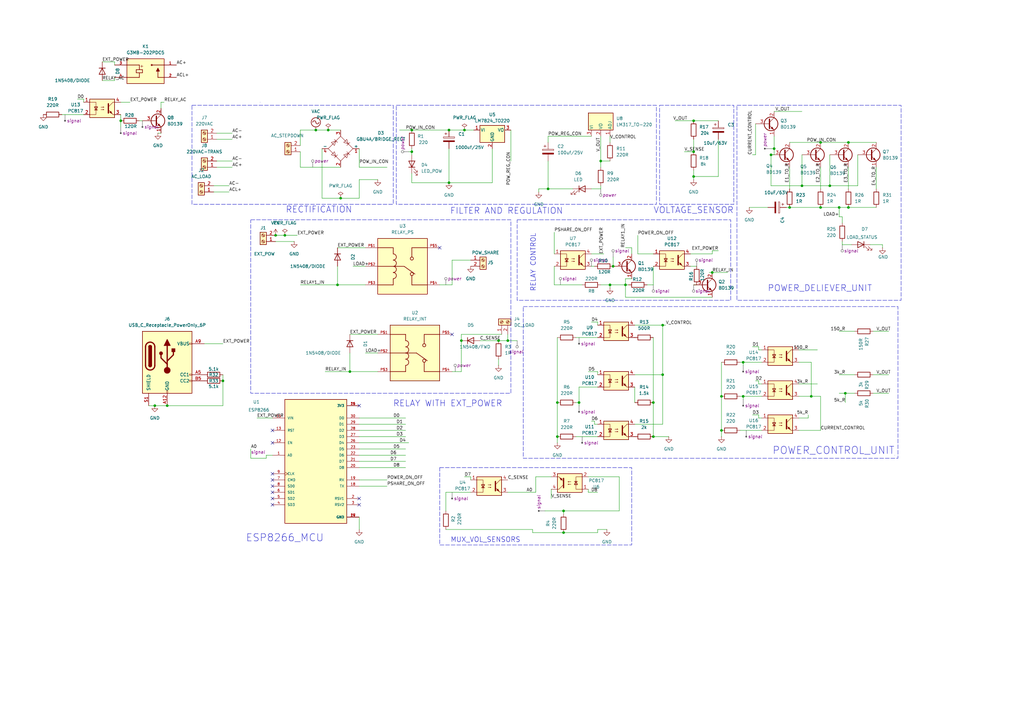
<source format=kicad_sch>
(kicad_sch (version 20231120) (generator "eeschema") (generator_version "8.0")
  (paper "A3")
  (title_block (title "Smart Micro Grid") (date "2024-06-16") (rev "BEGIN") (company "CCET MAJOR PROJECT"))
  (junction (at 336.55 85.09))
  (junction (at 190.5 53.34))
  (junction (at 184.15 74.93))
  (junction (at 139.7 81.28))
  (junction (at 304.8 148.59))
  (junction (at 250.19 116.84))
  (junction (at 231.14 209.55))
  (junction (at 228.6 165.1))
  (junction (at 138.43 116.84))
  (junction (at 295.91 176.53))
  (junction (at 113.03 96.52))
  (junction (at 116.84 96.52))
  (junction (at 347.98 58.42))
  (junction (at 284.48 49.53))
  (junction (at 284.48 72.39))
  (junction (at 224.79 77.47))
  (junction (at 208.28 139.7))
  (junction (at 336.55 58.42))
  (junction (at 344.17 85.09))
  (junction (at 347.98 85.09))
  (junction (at 184.15 53.34))
  (junction (at 237.49 165.1))
  (junction (at 316.23 63.5))
  (junction (at 332.74 162.56))
  (junction (at 204.47 139.7))
  (junction (at 228.6 179.07))
  (junction (at 134.62 53.34))
  (junction (at 129.54 53.34))
  (junction (at 304.8 162.56))
  (junction (at 267.97 179.07))
  (junction (at 91.44 156.21))
  (junction (at 143.51 152.4))
  (junction (at 317.5 60.96))
  (junction (at 346.71 161.29))
  (junction (at 292.1 111.76))
  (junction (at 271.78 133.35))
  (junction (at 63.5 166.37))
  (junction (at 271.78 153.67))
  (junction (at 251.46 109.22))
  (junction (at 284.48 62.23))
  (junction (at 168.91 62.23))
  (junction (at 49.53 49.53))
  (junction (at 295.91 162.56))
  (junction (at 267.97 165.1))
  (junction (at 189.23 139.7))
  (junction (at 246.38 66.04))
  (junction (at 323.85 85.09))
  (junction (at 231.14 218.44))
  (junction (at 168.91 53.34))
  (junction (at 68.58 166.37))
  (junction (at 328.93 76.2))
  (junction (at 340.36 76.2))
  (junction (at 256.54 116.84))
  (no_connect (at 147.32 166.37))
  (no_connect (at 111.76 207.01))
  (no_connect (at 147.32 204.47))
  (no_connect (at 111.76 204.47))
  (no_connect (at 111.76 181.61))
  (no_connect (at 111.76 199.39))
  (no_connect (at 111.76 196.85))
  (no_connect (at 111.76 176.53))
  (no_connect (at 111.76 194.31))
  (no_connect (at 185.42 137.16))
  (no_connect (at 111.76 201.93))
  (no_connect (at 180.34 101.6))
  (no_connect (at 147.32 207.01))
  (wire (pts (xy 66.04 54.61) (xy 64.77 54.61)))
  (wire (pts (xy 168.91 60.96) (xy 168.91 62.23)))
  (wire (pts (xy 317.5 60.96) (xy 317.5 63.5)))
  (wire (pts (xy 304.8 149.86) (xy 304.8 148.59)))
  (wire (pts (xy 224.79 58.42) (xy 224.79 55.88)))
  (wire (pts (xy 260.35 158.75) (xy 260.35 165.1)))
  (wire (pts (xy 260.35 133.35) (xy 271.78 133.35)))
  (wire (pts (xy 180.34 116.84) (xy 185.42 116.84)))
  (wire (pts (xy 344.17 153.67) (xy 350.52 153.67)))
  (wire (pts (xy 323.85 68.58) (xy 323.85 77.47)))
  (wire (pts (xy 209.55 53.34) (xy 209.55 66.04)))
  (wire (pts (xy 168.91 53.34) (xy 184.15 53.34)))
  (wire (pts (xy 311.15 171.45) (xy 312.42 171.45)))
  (wire (pts (xy 34.29 40.64) (xy 34.29 41.91)))
  (wire (pts (xy 224.79 77.47) (xy 234.95 77.47)))
  (wire (pts (xy 267.97 179.07) (xy 274.32 179.07)))
  (wire (pts (xy 316.23 60.96) (xy 317.5 60.96)))
  (wire (pts (xy 116.84 96.52) (xy 121.92 96.52)))
  (wire (pts (xy 193.04 195.58) (xy 193.04 196.85)))
  (wire (pts (xy 308.61 63.5) (xy 309.88 63.5)))
  (wire (pts (xy 304.8 148.59) (xy 312.42 148.59)))
  (wire (pts (xy 46.99 25.4) (xy 46.99 26.67)))
  (wire (pts (xy 308.61 142.24) (xy 311.15 142.24)))
  (wire (pts (xy 185.42 152.4) (xy 189.23 152.4)))
  (wire (pts (xy 138.43 109.22) (xy 138.43 116.84)))
  (wire (pts (xy 182.88 201.93) (xy 182.88 209.55)))
  (wire (pts (xy 246.38 66.04) (xy 246.38 55.88)))
  (wire (pts (xy 123.19 62.23) (xy 123.19 68.58)))
  (wire (pts (xy 364.49 161.29) (xy 358.14 161.29)))
  (wire (pts (xy 254 209.55) (xy 231.14 209.55)))
  (wire (pts (xy 311.15 157.48) (xy 312.42 157.48)))
  (wire (pts (xy 271.78 133.35) (xy 271.78 153.67)))
  (wire (pts (xy 250.19 116.84) (xy 256.54 116.84)))
  (wire (pts (xy 237.49 158.75) (xy 237.49 165.1)))
  (wire (pts (xy 220.98 77.47) (xy 224.79 77.47)))
  (wire (pts (xy 304.8 163.83) (xy 304.8 162.56)))
  (wire (pts (xy 123.19 116.84) (xy 138.43 116.84)))
  (wire (pts (xy 41.91 33.02) (xy 46.99 33.02)))
  (wire (pts (xy 189.23 137.16) (xy 205.74 137.16)))
  (wire (pts (xy 147.32 73.66) (xy 154.94 73.66)))
  (wire (pts (xy 220.98 78.74) (xy 220.98 77.47)))
  (wire (pts (xy 292.1 111.76) (xy 298.45 111.76)))
  (wire (pts (xy 228.6 165.1) (xy 228.6 179.07)))
  (wire (pts (xy 267.97 116.84) (xy 267.97 109.22)))
  (wire (pts (xy 231.14 210.82) (xy 231.14 209.55)))
  (wire (pts (xy 276.86 49.53) (xy 284.48 49.53)))
  (wire (pts (xy 167.64 62.23) (xy 168.91 62.23)))
  (wire (pts (xy 303.53 162.56) (xy 304.8 162.56)))
  (wire (pts (xy 241.3 201.93) (xy 241.3 200.66)))
  (wire (pts (xy 204.47 147.32) (xy 204.47 149.86)))
  (wire (pts (xy 340.36 76.2) (xy 340.36 63.5)))
  (wire (pts (xy 246.38 76.2) (xy 246.38 77.47)))
  (wire (pts (xy 147.32 81.28) (xy 147.32 73.66)))
  (wire (pts (xy 317.5 45.72) (xy 328.93 45.72)))
  (wire (pts (xy 190.5 53.34) (xy 194.31 53.34)))
  (wire (pts (xy 327.66 171.45) (xy 331.47 171.45)))
  (wire (pts (xy 267.97 165.1) (xy 267.97 179.07)))
  (wire (pts (xy 346.71 161.29) (xy 350.52 161.29)))
  (wire (pts (xy 63.5 166.37) (xy 68.58 166.37)))
  (wire (pts (xy 294.64 72.39) (xy 284.48 72.39)))
  (wire (pts (xy 123.19 53.34) (xy 123.19 59.69)))
  (wire (pts (xy 237.49 158.75) (xy 245.11 158.75)))
  (wire (pts (xy 218.44 218.44) (xy 231.14 218.44)))
  (wire (pts (xy 138.43 116.84) (xy 149.86 116.84)))
  (wire (pts (xy 256.54 116.84) (xy 256.54 121.92)))
  (wire (pts (xy 109.22 186.69) (xy 109.22 187.96)))
  (wire (pts (xy 88.9 68.58) (xy 95.25 68.58)))
  (wire (pts (xy 364.49 153.67) (xy 358.14 153.67)))
  (wire (pts (xy 328.93 76.2) (xy 328.93 63.5)))
  (wire (pts (xy 336.55 162.56) (xy 336.55 176.53)))
  (wire (pts (xy 158.75 196.85) (xy 147.32 196.85)))
  (wire (pts (xy 147.32 68.58) (xy 158.75 68.58)))
  (wire (pts (xy 91.44 153.67) (xy 91.44 156.21)))
  (wire (pts (xy 49.53 41.91) (xy 53.34 41.91)))
  (wire (pts (xy 105.41 171.45) (xy 111.76 171.45)))
  (wire (pts (xy 304.8 162.56) (xy 312.42 162.56)))
  (wire (pts (xy 25.4 46.99) (xy 34.29 46.99)))
  (wire (pts (xy 309.88 156.21) (xy 311.15 156.21)))
  (wire (pts (xy 351.79 76.2) (xy 351.79 63.5)))
  (wire (pts (xy 237.49 166.37) (xy 237.49 165.1)))
  (wire (pts (xy 129.54 53.34) (xy 123.19 53.34)))
  (wire (pts (xy 134.62 53.34) (xy 129.54 53.34)))
  (wire (pts (xy 182.88 217.17) (xy 218.44 217.17)))
  (wire (pts (xy 163.83 53.34) (xy 168.91 53.34)))
  (wire (pts (xy 250.19 66.04) (xy 246.38 66.04)))
  (wire (pts (xy 303.53 148.59) (xy 304.8 148.59)))
  (wire (pts (xy 168.91 74.93) (xy 184.15 74.93)))
  (wire (pts (xy 284.48 57.15) (xy 284.48 62.23)))
  (wire (pts (xy 327.66 143.51) (xy 335.28 143.51)))
  (wire (pts (xy 303.53 176.53) (xy 312.42 176.53)))
  (wire (pts (xy 336.55 68.58) (xy 336.55 77.47)))
  (wire (pts (xy 241.3 152.4) (xy 245.11 152.4)))
  (wire (pts (xy 285.75 109.22) (xy 283.21 109.22)))
  (wire (pts (xy 256.54 121.92) (xy 292.1 121.92)))
  (wire (pts (xy 271.78 173.99) (xy 260.35 173.99)))
  (wire (pts (xy 227.33 109.22) (xy 227.33 116.84)))
  (wire (pts (xy 273.05 133.35) (xy 271.78 133.35)))
  (wire (pts (xy 340.36 76.2) (xy 351.79 76.2)))
  (wire (pts (xy 345.44 88.9) (xy 345.44 91.44)))
  (wire (pts (xy 224.79 55.88) (xy 242.57 55.88)))
  (wire (pts (xy 328.93 76.2) (xy 340.36 76.2)))
  (wire (pts (xy 349.25 100.33) (xy 345.44 100.33)))
  (wire (pts (xy 327.66 176.53) (xy 336.55 176.53)))
  (wire (pts (xy 271.78 153.67) (xy 260.35 153.67)))
  (wire (pts (xy 201.93 74.93) (xy 184.15 74.93)))
  (wire (pts (xy 356.87 100.33) (xy 361.95 100.33)))
  (wire (pts (xy 250.19 116.84) (xy 250.19 118.11)))
  (wire (pts (xy 189.23 152.4) (xy 189.23 139.7)))
  (wire (pts (xy 143.51 144.78) (xy 143.51 152.4)))
  (wire (pts (xy 185.42 106.68) (xy 193.04 106.68)))
  (wire (pts (xy 147.32 176.53) (xy 166.37 176.53)))
  (wire (pts (xy 254 195.58) (xy 254 209.55)))
  (wire (pts (xy 245.11 218.44) (xy 245.11 217.17)))
  (wire (pts (xy 147.32 60.96) (xy 147.32 68.58)))
  (wire (pts (xy 88.9 66.04) (xy 95.25 66.04)))
  (wire (pts (xy 251.46 105.41) (xy 251.46 109.22)))
  (wire (pts (xy 309.88 50.8) (xy 309.88 63.5)))
  (wire (pts (xy 219.71 195.58) (xy 226.06 195.58)))
  (wire (pts (xy 245.11 201.93) (xy 241.3 201.93)))
  (wire (pts (xy 147.32 186.69) (xy 166.37 186.69)))
  (wire (pts (xy 144.78 109.22) (xy 149.86 109.22)))
  (wire (pts (xy 323.85 85.09) (xy 336.55 85.09)))
  (wire (pts (xy 184.15 53.34) (xy 190.5 53.34)))
  (wire (pts (xy 323.85 58.42) (xy 336.55 58.42)))
  (wire (pts (xy 243.84 109.22) (xy 242.57 109.22)))
  (wire (pts (xy 344.17 88.9) (xy 345.44 88.9)))
  (wire (pts (xy 66.04 41.91) (xy 66.04 44.45)))
  (wire (pts (xy 132.08 81.28) (xy 132.08 60.96)))
  (wire (pts (xy 295.91 176.53) (xy 295.91 179.07)))
  (wire (pts (xy 317.5 63.5) (xy 316.23 63.5)))
  (wire (pts (xy 147.32 184.15) (xy 166.37 184.15)))
  (wire (pts (xy 231.14 218.44) (xy 245.11 218.44)))
  (wire (pts (xy 259.08 101.6) (xy 259.08 104.14)))
  (wire (pts (xy 83.82 140.97) (xy 91.44 140.97)))
  (wire (pts (xy 327.66 148.59) (xy 332.74 148.59)))
  (wire (pts (xy 256.54 114.3) (xy 256.54 116.84)))
  (wire (pts (xy 327.66 157.48) (xy 335.28 157.48)))
  (wire (pts (xy 284.48 72.39) (xy 284.48 73.66)))
  (wire (pts (xy 245.11 152.4) (xy 245.11 153.67)))
  (wire (pts (xy 246.38 116.84) (xy 250.19 116.84)))
  (wire (pts (xy 228.6 138.43) (xy 228.6 165.1)))
  (wire (pts (xy 113.03 99.06) (xy 120.65 99.06)))
  (wire (pts (xy 49.53 46.99) (xy 49.53 49.53)))
  (wire (pts (xy 361.95 100.33) (xy 361.95 101.6)))
  (wire (pts (xy 182.88 201.93) (xy 193.04 201.93)))
  (wire (pts (xy 331.47 170.18) (xy 331.47 171.45)))
  (wire (pts (xy 294.64 57.15) (xy 294.64 72.39)))
  (wire (pts (xy 284.48 69.85) (xy 284.48 72.39)))
  (wire (pts (xy 243.84 173.99) (xy 245.11 173.99)))
  (wire (pts (xy 271.78 153.67) (xy 271.78 173.99)))
  (wire (pts (xy 256.54 116.84) (xy 257.81 116.84)))
  (wire (pts (xy 149.86 144.78) (xy 154.94 144.78)))
  (wire (pts (xy 344.17 85.09) (xy 347.98 85.09)))
  (wire (pts (xy 46.99 33.02) (xy 46.99 31.75)))
  (wire (pts (xy 185.42 116.84) (xy 185.42 106.68)))
  (wire (pts (xy 226.06 204.47) (xy 226.06 200.66)))
  (wire (pts (xy 344.17 161.29) (xy 346.71 161.29)))
  (wire (pts (xy 307.34 85.09) (xy 314.96 85.09)))
  (wire (pts (xy 147.32 81.28) (xy 139.7 81.28)))
  (wire (pts (xy 241.3 195.58) (xy 254 195.58)))
  (wire (pts (xy 346.71 165.1) (xy 346.71 161.29)))
  (wire (pts (xy 322.58 85.09) (xy 323.85 85.09)))
  (wire (pts (xy 242.57 132.08) (xy 245.11 132.08)))
  (wire (pts (xy 245.11 132.08) (xy 245.11 133.35)))
  (wire (pts (xy 292.1 104.14) (xy 283.21 104.14)))
  (wire (pts (xy 41.91 25.4) (xy 46.99 25.4)))
  (wire (pts (xy 311.15 143.51) (xy 312.42 143.51)))
  (wire (pts (xy 88.9 54.61) (xy 95.25 54.61)))
  (wire (pts (xy 143.51 152.4) (xy 154.94 152.4)))
  (wire (pts (xy 245.11 217.17) (xy 248.92 217.17)))
  (wire (pts (xy 196.85 139.7) (xy 204.47 139.7)))
  (wire (pts (xy 336.55 58.42) (xy 347.98 58.42)))
  (wire (pts (xy 259.08 114.3) (xy 256.54 114.3)))
  (wire (pts (xy 267.97 138.43) (xy 267.97 165.1)))
  (wire (pts (xy 295.91 148.59) (xy 295.91 162.56)))
  (wire (pts (xy 184.15 74.93) (xy 184.15 60.96)))
  (wire (pts (xy 228.6 179.07) (xy 228.6 181.61)))
  (wire (pts (xy 139.7 81.28) (xy 132.08 81.28)))
  (wire (pts (xy 292.1 111.76) (xy 290.83 111.76)))
  (wire (pts (xy 308.61 170.18) (xy 311.15 170.18)))
  (wire (pts (xy 332.74 162.56) (xy 327.66 162.56)))
  (wire (pts (xy 58.42 49.53) (xy 57.15 49.53)))
  (wire (pts (xy 227.33 95.25) (xy 227.33 104.14)))
  (wire (pts (xy 190.5 195.58) (xy 193.04 195.58)))
  (wire (pts (xy 347.98 85.09) (xy 359.41 85.09)))
  (wire (pts (xy 49.53 52.07) (xy 49.53 49.53)))
  (wire (pts (xy 242.57 172.72) (xy 243.84 172.72)))
  (wire (pts (xy 311.15 142.24) (xy 311.15 143.51)))
  (wire (pts (xy 236.22 138.43) (xy 245.11 138.43)))
  (wire (pts (xy 87.63 76.2) (xy 93.98 76.2)))
  (wire (pts (xy 60.96 166.37) (xy 63.5 166.37)))
  (wire (pts (xy 261.62 104.14) (xy 267.97 104.14)))
  (wire (pts (xy 111.76 186.69) (xy 109.22 186.69)))
  (wire (pts (xy 149.86 101.6) (xy 138.43 101.6)))
  (wire (pts (xy 227.33 116.84) (xy 238.76 116.84)))
  (wire (pts (xy 295.91 162.56) (xy 295.91 176.53)))
  (wire (pts (xy 208.28 201.93) (xy 219.71 201.93)))
  (wire (pts (xy 204.47 139.7) (xy 208.28 139.7)))
  (wire (pts (xy 168.91 62.23) (xy 168.91 63.5)))
  (wire (pts (xy 336.55 162.56) (xy 332.74 162.56)))
  (wire (pts (xy 256.54 101.6) (xy 259.08 101.6)))
  (wire (pts (xy 31.75 40.64) (xy 34.29 40.64)))
  (wire (pts (xy 280.67 62.23) (xy 284.48 62.23)))
  (wire (pts (xy 91.44 166.37) (xy 68.58 166.37)))
  (wire (pts (xy 147.32 189.23) (xy 166.37 189.23)))
  (wire (pts (xy 364.49 135.89) (xy 358.14 135.89)))
  (wire (pts (xy 158.75 199.39) (xy 147.32 199.39)))
  (wire (pts (xy 317.5 55.88) (xy 317.5 60.96)))
  (wire (pts (xy 88.9 57.15) (xy 95.25 57.15)))
  (wire (pts (xy 189.23 139.7) (xy 189.23 137.16)))
  (wire (pts (xy 147.32 171.45) (xy 166.37 171.45)))
  (wire (pts (xy 344.17 135.89) (xy 350.52 135.89)))
  (wire (pts (xy 208.28 139.7) (xy 212.09 139.7)))
  (wire (pts (xy 345.44 99.06) (xy 345.44 100.33)))
  (wire (pts (xy 347.98 77.47) (xy 347.98 68.58)))
  (wire (pts (xy 224.79 66.04) (xy 224.79 77.47)))
  (wire (pts (xy 223.52 209.55) (xy 231.14 209.55)))
  (wire (pts (xy 243.84 172.72) (xy 243.84 173.99)))
  (wire (pts (xy 147.32 173.99) (xy 166.37 173.99)))
  (wire (pts (xy 91.44 156.21) (xy 91.44 166.37)))
  (wire (pts (xy 246.38 66.04) (xy 246.38 68.58)))
  (wire (pts (xy 102.87 187.96) (xy 109.22 187.96)))
  (wire (pts (xy 201.93 60.96) (xy 201.93 74.93)))
  (wire (pts (xy 147.32 191.77) (xy 166.37 191.77)))
  (wire (pts (xy 294.64 102.87) (xy 292.1 102.87)))
  (wire (pts (xy 236.22 165.1) (xy 237.49 165.1)))
  (wire (pts (xy 336.55 85.09) (xy 344.17 85.09)))
  (wire (pts (xy 250.19 55.88) (xy 250.19 58.42)))
  (wire (pts (xy 154.94 137.16) (xy 143.51 137.16)))
  (wire (pts (xy 236.22 179.07) (xy 245.11 179.07)))
  (wire (pts (xy 316.23 76.2) (xy 328.93 76.2)))
  (wire (pts (xy 168.91 71.12) (xy 168.91 74.93)))
  (wire (pts (xy 139.7 53.34) (xy 134.62 53.34)))
  (wire (pts (xy 219.71 201.93) (xy 219.71 195.58)))
  (wire (pts (xy 247.65 104.14) (xy 242.57 104.14)))
  (wire (pts (xy 344.17 88.9) (xy 344.17 85.09)))
  (wire (pts (xy 123.19 68.58) (xy 139.7 68.58)))
  (wire (pts (xy 311.15 156.21) (xy 311.15 157.48)))
  (wire (pts (xy 316.23 63.5) (xy 316.23 76.2)))
  (wire (pts (xy 87.63 78.74) (xy 93.98 78.74)))
  (wire (pts (xy 147.32 179.07) (xy 166.37 179.07)))
  (wire (pts (xy 218.44 217.17) (xy 218.44 218.44)))
  (wire (pts (xy 102.87 184.15) (xy 102.87 187.96)))
  (wire (pts (xy 147.32 212.09) (xy 147.32 217.17)))
  (wire (pts (xy 242.57 77.47) (xy 246.38 77.47)))
  (wire (pts (xy 66.04 41.91) (xy 67.31 41.91)))
  (wire (pts (xy 284.48 49.53) (xy 294.64 49.53)))
  (wire (pts (xy 147.32 181.61) (xy 167.64 181.61)))
  (wire (pts (xy 284.48 116.84) (xy 285.75 116.84)))
  (wire (pts (xy 208.28 137.16) (xy 208.28 139.7)))
  (wire (pts (xy 133.35 152.4) (xy 143.51 152.4)))
  (wire (pts (xy 359.41 77.47) (xy 359.41 68.58)))
  (wire (pts (xy 265.43 116.84) (xy 267.97 116.84)))
  (wire (pts (xy 113.03 96.52) (xy 116.84 96.52)))
  (wire (pts (xy 292.1 102.87) (xy 292.1 104.14)))
  (wire (pts (xy 261.62 96.52) (xy 261.62 104.14)))
  (wire (pts (xy 347.98 58.42) (xy 359.41 58.42)))
  (wire (pts (xy 311.15 170.18) (xy 311.15 171.45)))
  (wire (pts (xy 332.74 148.59) (xy 332.74 162.56)))
  (rectangle (start 106.68 41.91) (end 106.68 41.91))
  (rectangle (start 270.51 43.18) (end 300.99 83.82) (stroke (width 0) (type dash)))
  (rectangle (start 162.56 43.18) (end 269.24 83.82) (stroke (width 0) (type dash)))
  (rectangle (start 180.34 191.77) (end 259.08 223.52) (stroke (width 0) (type dash)))
  (rectangle (start 302.26 43.18) (end 369.57 123.19) (stroke (width 0) (type dash)))
  (rectangle (start 78.74 43.18) (end 161.29 83.82) (stroke (width 0) (type dash)))
  (rectangle (start 367.03 186.69) (end 367.03 186.69))
  (rectangle (start 212.09 90.17) (end 299.72 123.19) (stroke (width 0) (type dash)))
  (rectangle (start 102.87 90.17) (end 209.55 161.29) (stroke (width 0) (type dash)))
  (rectangle (start 214.63 125.73) (end 368.3 187.96) (stroke (width 0) (type dash)))
  (text "RELAY WITH EXT_POWER\n" (at 183.642 165.608 0) (effects (font (size 2.5 2.5))))
  (text "ESP8266_MCU\n" (at 116.84 220.726 0) (effects (font (size 3 3))))
  (text "RECTIFICATION\n\n" (at 130.81 88.138 0) (effects (font (size 2.54 2.54))))
  (text "VOLTAGE_SENSOR\n" (at 284.48 86.36 0) (effects (font (size 2.54 2.54))))
  (text "POWER_DELIEVER_UNIT\n\n\n" (at 336.296 122.428 0) (effects (font (size 2.54 2.54))))
  (text "RELAY CONTROL" (at 218.694 107.696 90) (effects (font (size 2 2))))
  (text "FILTER AND REGULATION\n" (at 207.772 86.614 0) (effects (font (size 2.54 2.54))))
  (text "MUX_VOL_SENSORS\n" (at 199.136 221.488 0) (effects (font (size 2 2))))
  (text "POWER_CONTROL_UNIT" (at 341.884 184.912 0) (effects (font (size 3 3))))
  (label "AC+" (at 95.25 57.15 0))
  (label "E3_TO_R" (at 347.98 74.93 90))
  (label "D3" (at 162.56 179.07 0))
  (label "PSHARE_ON_OFF" (at 158.75 199.39 0))
  (label "EXT_POWER" (at 91.44 140.97 0))
  (label "AC-" (at 93.98 76.2 0))
  (label "RELAY1_IN" (at 256.54 101.6 90))
  (label "C_SENSE" (at 208.28 196.85 0))
  (label "EXT_POWER" (at 294.64 102.87 180))
  (label "D7" (at 160.02 189.23 0))
  (label "V_SENSE" (at 226.06 204.47 0))
  (label "AC-" (at 95.25 54.61 0))
  (label "POW_IN_CON" (at 342.9 58.42 180))
  (label "LOAD+" (at 144.78 109.22 0))
  (label "D5" (at 241.3 152.4 0))
  (label "D8" (at 245.11 201.93 180))
  (label "D4" (at 242.57 132.08 0))
  (label "CURRENT_CONTROL" (at 336.55 176.53 0))
  (label "D2" (at 309.88 156.21 0))
  (label "EXT_POWER" (at 143.51 137.16 0))
  (label "5k_R" (at 346.71 165.1 180))
  (label "150_R" (at 331.47 143.51 180))
  (label "D1" (at 162.56 173.99 0))
  (label "RELAY_AC" (at 41.91 33.02 0))
  (label "ACL+" (at 93.98 78.74 0))
  (label "EXT_POWER" (at 105.41 171.45 0))
  (label "D5" (at 161.29 184.15 0))
  (label "AC+" (at 72.39 26.67 0))
  (label "3k_R" (at 331.47 157.48 180))
  (label "POWER_ON_OFF" (at 158.75 196.85 0))
  (label "C_SENSE" (at 196.85 139.7 0))
  (label "RELAY_IN" (at 133.35 152.4 0))
  (label "POW_IN_CON" (at 147.32 67.31 0))
  (label "LOAD+" (at 149.86 144.78 0))
  (label "ACL+" (at 72.39 31.75 0))
  (label "V_SENSE" (at 280.67 62.23 0))
  (label "D2" (at 162.56 176.53 0))
  (label "AC-" (at 95.25 66.04 0))
  (label "EXT_POWER" (at 138.43 101.6 0))
  (label "D6" (at 242.57 172.72 0))
  (label "RELAY_IN" (at 292.1 111.76 0))
  (label "D4" (at 163.83 181.61 0))
  (label "V_OUT" (at 281.94 49.53 180))
  (label "RELAY_AC" (at 67.31 41.91 0))
  (label "V_OUT" (at 323.85 45.72 180))
  (label "AC+" (at 95.25 68.58 0))
  (label "D0" (at 31.75 40.64 0))
  (label "POWER_ON_OFF" (at 261.62 96.52 0))
  (label "V_OUT" (at 246.38 62.23 90))
  (label "EXT_POWER" (at 53.34 41.91 0))
  (label "V_OUT" (at 359.41 153.67 0))
  (label "PSHARE_ON_OFF" (at 227.33 95.25 0))
  (label "A0" (at 102.87 184.15 0) (property "Netclass" "signal" (at 102.87 185.42 0) (effects (font (italic yes)) (justify left))))
  (label "CURRENT_CONTROL" (at 308.61 63.5 90))
  (label "POW_IN_CON" (at 166.37 53.34 0))
  (label "150_R" (at 346.71 135.89 180))
  (label "E1_TO_R" (at 323.85 74.93 90))
  (label "V_OUT" (at 359.41 161.29 0))
  (label "V_CONTROL" (at 250.19 57.15 0))
  (label "E4_TO_R" (at 359.41 76.2 90))
  (label "D8" (at 161.29 191.77 0))
  (label "V_OUT" (at 359.41 135.89 0))
  (label "POW_REG_CON" (at 224.79 55.88 0))
  (label "D0" (at 161.29 171.45 0))
  (label "EXT_POWER" (at 121.92 96.52 0))
  (label "D6" (at 160.02 186.69 0))
  (label "D7" (at 190.5 195.58 0))
  (label "LOAD+" (at 344.17 88.9 180))
  (label "V_CONTROL" (at 273.05 133.35 0))
  (label "5k_R" (at 331.47 170.18 180))
  (label "D3" (at 308.61 170.18 0))
  (label "E2_TO_R" (at 336.55 74.93 90))
  (label "EXT_POWER" (at 247.65 104.14 90))
  (label "EXT_POWER" (at 41.91 25.4 0))
  (label "POW_REG_CON" (at 209.55 62.23 270))
  (label "A0" (at 215.9 201.93 0))
  (label "D1" (at 308.61 142.24 0))
  (label "RELAY1_IN" (at 123.19 116.84 0))
  (label "3k_R" (at 346.71 153.67 180))
  (netclass_flag "" (length 2.54) (shape round) (at 167.64 62.23 90) (property "Netclass" "power" (at 165.1 61.5315 90) (effects (font (italic yes)) (justify left))))
  (netclass_flag "" (length 2.54) (shape round) (at 229.87 116.84 0) (property "Netclass" "signal" (at 230.5685 114.3 0) (effects (font (italic yes)) (justify left))))
  (netclass_flag "" (length 2.54) (shape round) (at 186.69 152.4 0) (property "Netclass" "power" (at 187.3885 149.86 0) (effects (font (italic yes)) (justify left))))
  (netclass_flag "" (length 2.54) (shape dot) (at 316.23 60.96 90) (property "Netclass" "power" (at 313.69 60.2615 90) (effects (font (italic yes)) (justify left))))
  (netclass_flag "" (length 2.54) (shape dot) (at 58.42 49.53 180) (property "Netclass" "signal" (at 59.1185 52.07 0) (effects (font (italic yes)) (justify left))))
  (netclass_flag "" (length 2.54) (shape round) (at 267.97 116.84 180) (property "Netclass" "signal" (at 268.6685 119.38 0) (effects (font (italic yes)) (justify left))))
  (netclass_flag "" (length 2.54) (shape round) (at 182.88 116.84 0) (property "Netclass" "power" (at 183.5785 114.3 0) (effects (font (italic yes)) (justify left))))
  (netclass_flag "" (length 2.54) (shape round) (at 251.46 105.41 0) (property "Netclass" "signal" (at 252.1585 102.87 0) (effects (font (italic yes)) (justify left))))
  (netclass_flag "" (length 2.54) (shape dot) (at 304.8 149.86 180) (property "Netclass" "signal" (at 305.4985 152.4 0) (effects (font (italic yes)) (justify left))))
  (netclass_flag "" (length 2.54) (shape dot) (at 238.76 179.07 180) (property "Netclass" "signal" (at 239.4585 181.61 0) (effects (font (italic yes)) (justify left))))
  (netclass_flag "" (length 2.54) (shape round) (at 284.48 116.84 180) (property "Netclass" "signal" (at 285.1785 119.38 0) (effects (font (italic yes)) (justify left))))
  (netclass_flag "" (length 2.54) (shape round) (at 246.38 77.47 180) (property "Netclass" "power" (at 247.0785 80.01 0) (effects (font (italic yes)) (justify left))))
  (netclass_flag "" (length 2.54) (shape dot) (at 26.67 46.99 180) (property "Netclass" "signal" (at 27.3685 49.53 0) (effects (font (italic yes)) (justify left))))
  (netclass_flag "" (length 2.54) (shape dot) (at 237.49 166.37 180) (property "Netclass" "signal" (at 238.1885 168.91 0) (effects (font (italic yes)) (justify left))))
  (netclass_flag "" (length 2.54) (shape dot) (at 237.49 138.43 180) (property "Netclass" "signal" (at 238.1885 140.97 0) (effects (font (italic yes)) (justify left))))
  (netclass_flag "" (length 2.54) (shape dot) (at 185.42 201.93 180) (property "Netclass" "signal" (at 186.1185 204.47 0) (effects (font (italic yes)) (justify left))))
  (netclass_flag "" (length 2.54) (shape dot) (at 49.53 52.07 180) (property "Netclass" "signal" (at 50.2285 54.61 0) (effects (font (italic yes)) (justify left))))
  (netclass_flag "" (length 2.54) (shape dot) (at 223.52 209.55 90) (property "Netclass" "signal" (at 220.98 208.8515 90) (effects (font (italic yes)) (justify left))))
  (netclass_flag "" (length 2.54) (shape round) (at 212.09 139.7 180) (property "Netclass" "signal" (at 208.788 144.272 0) (effects (font (italic yes)) (justify left))))
  (netclass_flag "" (length 2.54) (shape dot) (at 306.07 176.53 180) (property "Netclass" "signal" (at 306.7685 179.07 0) (effects (font (italic yes)) (justify left))))
  (netclass_flag "" (length 2.54) (shape dot) (at 304.8 163.83 180) (property "Netclass" "signal" (at 305.4985 166.37 0) (effects (font (italic yes)) (justify left))))
  (netclass_flag "" (length 2.54) (shape round) (at 128.27 68.58 0) (property "Netclass" "power" (at 128.9685 66.04 0) (effects (font (italic yes)) (justify left))))
  (netclass_flag "" (length 2.54) (shape round) (at 242.57 109.22 0) (property "Netclass" "signal" (at 243.2685 106.68 0) (effects (font (italic yes)) (justify left))))
  (netclass_flag "" (length 2.54) (shape round) (at 345.44 100.33 180) (property "Netclass" "signal" (at 346.1385 102.87 0) (effects (font (italic yes)) (justify left))))
  (netclass_flag "" (length 2.54) (shape round) (at 285.75 109.22 0) (property "Netclass" "signal" (at 286.4485 106.68 0) (effects (font (italic yes)) (justify left))))
  (symbol (lib_id "Device:R") (at 242.57 116.84 90) (unit 1)
    (property "Reference" "R8" (at 242.57 119.38 90))
    (property "Value" "220R" (at 242.57 114.3 90))
    (property "Footprint" "Resistor_THT:R_Axial_DIN0207_L6.3mm_D2.5mm_P15.24mm_Horizontal" (effects (hide yes)))
    (property "Description" "Resistor" (effects (hide yes)))
  )
  (symbol (lib_id "Device:D") (at 138.43 105.41 270) (unit 1)
    (property "Reference" "D2" (at 144.78 105.41 0))
    (property "Value" "1N5408/DIODE" (at 126.238 109.22 90))
    (property "Footprint" "Diode_THT:D_5W_P12.70mm_Horizontal" (effects (hide yes)))
    (property "Description" "Diode" (effects (hide yes)))
    (property "Sim.Device" "D" (effects (hide yes)))
    (property "Sim.Pins" "1=K 2=A" (effects (hide yes)))
  )
  (symbol (lib_id "power:GND") (at 120.65 99.06 0) (unit 1)
    (property "Reference" "#PWR01" (effects (hide yes)))
    (property "Value" "GND" (at 120.65 104.14 0))
    (property "Description" "Power symbol creates a global label with name \"GND\" , ground" (effects (hide yes)))
  )
  (symbol (lib_id "J107F1AS123VDC.36:J107F1AS123VDC.36") (at 154.94 120.65 0) (unit 1)
    (property "Reference" "U3" (at 165.1 92.71 0))
    (property "Value" "RELAY_PS" (at 165.1 95.25 0))
    (property "Footprint" "Library:J107F" (effects (hide yes)))
    (property "MF" "CIT Relay and Switch" (effects (hide yes)))
    (property "Description_1" "\nGeneral Purpose Relay SPST-NO (1 Form A) 3VDC Coil Through Hole\n" (effects (hide yes)))
    (property "Package" "None" (effects (hide yes)))
    (property "Price" "None" (effects (hide yes)))
    (property "SnapEDA_Link" "https://www.snapeda.com/parts/J107F1AS123VDC.36/CIT+Relay+%2526+Switch/view-part/?ref=snap" (effects (hide yes)))
    (property "MP" "J107F1AS123VDC.36" (effects (hide yes)))
    (property "Availability" "In Stock" (effects (hide yes)))
    (property "Check_prices" "https://www.snapeda.com/parts/J107F1AS123VDC.36/CIT+Relay+%2526+Switch/view-part/?ref=eda" (effects (hide yes)))
  )
  (symbol (lib_id "power:VCC") (at 113.03 96.52 0) (unit 1)
    (property "Reference" "#PWR017" (effects (hide yes)))
    (property "Value" "VCC" (at 113.03 91.44 0))
    (property "Description" "Power symbol creates a global label with name \"VCC\"" (effects (hide yes)))
  )
  (symbol (lib_id "Device:LED") (at 168.91 67.31 90) (unit 1)
    (property "Reference" "D4" (at 172.72 67.6274 90) (effects (justify right)))
    (property "Value" "LED_POW" (at 172.72 70.1674 90) (effects (justify right)))
    (property "Footprint" "LED_THT:LED_D5.0mm" (effects (hide yes)))
    (property "Description" "Light emitting diode" (effects (hide yes)))
  )
  (symbol (lib_id "power:GND") (at 295.91 179.07 0) (unit 1)
    (property "Reference" "#PWR014" (effects (hide yes)))
    (property "Value" "GND" (at 295.91 184.15 0))
    (property "Description" "Power symbol creates a global label with name \"GND\" , ground" (effects (hide yes)))
  )
  (symbol (lib_id "Device:R") (at 264.16 179.07 90) (unit 1)
    (property "Reference" "R15" (at 264.16 172.72 90))
    (property "Value" "2k" (at 264.16 175.26 90))
    (property "Footprint" "Resistor_THT:R_Axial_DIN0207_L6.3mm_D2.5mm_P15.24mm_Horizontal" (effects (hide yes)))
    (property "Description" "Resistor" (effects (hide yes)))
  )
  (symbol (lib_id "Device:R") (at 21.59 46.99 90) (unit 1)
    (property "Reference" "R19" (at 21.59 40.64 90))
    (property "Value" "220R" (at 21.59 43.18 90))
    (property "Footprint" "Resistor_THT:R_Axial_DIN0207_L6.3mm_D2.5mm_P15.24mm_Horizontal" (effects (hide yes)))
    (property "Description" "Resistor" (effects (hide yes)))
  )
  (symbol (lib_id "Connector:Screw_Terminal_01x02") (at 198.12 106.68 0) (unit 1)
    (property "Reference" "J5" (at 201.168 107.696 0))
    (property "Value" "POW_SHARE" (at 199.136 103.632 0))
    (property "Footprint" "TerminalBlock_4Ucon:TerminalBlock_4Ucon_1x02_P3.50mm_Horizontal" (effects (hide yes)))
    (property "Description" "Generic screw terminal, single row, 01x02, script generated (kicad-library-utils/schlib/autogen/connector/)" (effects (hide yes)))
  )
  (symbol (lib_id "Device:LED") (at 238.76 77.47 0) (unit 1)
    (property "Reference" "D6" (at 237.1725 71.12 0))
    (property "Value" "LED" (at 237.1725 73.66 0))
    (property "Footprint" "LED_THT:LED_D5.0mm" (effects (hide yes)))
    (property "Description" "Light emitting diode" (effects (hide yes)))
  )
  (symbol (lib_id "power:GND") (at 361.95 101.6 0) (unit 1)
    (property "Reference" "#PWR016" (effects (hide yes)))
    (property "Value" "GND" (at 362.204 105.41 0))
    (property "Description" "Power symbol creates a global label with name \"GND\" , ground" (effects (hide yes)))
  )
  (symbol (lib_id "power:PWR_FLAG") (at 116.84 96.52 0) (unit 1)
    (property "Reference" "#FLG04" (effects (hide yes)))
    (property "Value" "PWR_FLAG" (at 116.84 91.44 0))
    (property "Description" "Special symbol for telling ERC where power comes from" (effects (hide yes)))
  )
  (symbol (lib_id "Device:R") (at 299.72 148.59 90) (unit 1)
    (property "Reference" "R20" (at 299.72 142.24 90))
    (property "Value" "220" (at 299.72 144.78 90))
    (property "Footprint" "Resistor_THT:R_Axial_DIN0207_L6.3mm_D2.5mm_P15.24mm_Horizontal" (effects (hide yes)))
    (property "Description" "Resistor" (effects (hide yes)))
  )
  (symbol (lib_id "Isolator:PC817") (at 252.73 156.21 0) (unit 1)
    (property "Reference" "U10" (at 241.808 154.686 0))
    (property "Value" "PC817" (at 241.808 157.226 0))
    (property "Footprint" "Package_DIP:DIP-4_W7.62mm" (effects (hide yes)))
    (property "Datasheet" "http://www.soselectronic.cz/a_info/resource/d/pc817.pdf" (effects (hide yes)))
    (property "Description" "DC Optocoupler, Vce 35V, CTR 50-300%, DIP-4" (effects (hide yes)))
  )
  (symbol (lib_id "power:PWR_FLAG") (at 190.5 53.34 0) (unit 1)
    (property "Reference" "#FLG03" (effects (hide yes)))
    (property "Value" "PWR_FLAG" (at 190.5 48.26 0))
    (property "Description" "Special symbol for telling ERC where power comes from" (effects (hide yes)))
  )
  (symbol (lib_name "LM317_TO-220_1") (lib_id "Regulator_Linear:LM317_TO-220") (at 246.38 48.26 0) (unit 1)
    (property "Reference" "U8" (at 252.73 48.5774 0) (effects (justify left)))
    (property "Value" "LM317_TO-220" (at 252.73 51.1174 0) (effects (justify left)))
    (property "Footprint" "Package_TO_SOT_THT:TO-220-3_Vertical" (effects (hide yes)))
    (property "Datasheet" "http://www.ti.com/lit/ds/symlink/lm317.pdf" (effects (hide yes)))
    (property "Description" "1.5A 35V Adjustable Linear Regulator, TO-220" (effects (hide yes)))
  )
  (symbol (lib_id "Device:R") (at 323.85 81.28 0) (unit 1)
    (property "Reference" "R23" (at 326.39 80.0099 0) (effects (justify left)))
    (property "Value" "1R" (at 326.39 82.5499 0) (effects (justify left)))
    (property "Footprint" "Resistor_THT:R_Axial_Power_L20.0mm_W6.4mm_P30.48mm" (effects (hide yes)))
    (property "Description" "Resistor" (effects (hide yes)))
  )
  (symbol (lib_id "Isolator:PC817") (at 320.04 173.99 0) (unit 1)
    (property "Reference" "U16" (at 309.118 172.466 0))
    (property "Value" "PC817" (at 309.118 175.006 0))
    (property "Footprint" "Package_DIP:DIP-4_W7.62mm" (effects (hide yes)))
    (property "Datasheet" "http://www.soselectronic.cz/a_info/resource/d/pc817.pdf" (effects (hide yes)))
    (property "Description" "DC Optocoupler, Vce 35V, CTR 50-300%, DIP-4" (effects (hide yes)))
  )
  (symbol (lib_id "Device:D") (at 143.51 140.97 270) (unit 1)
    (property "Reference" "D1" (at 149.86 140.97 0))
    (property "Value" "1N5408/DIODE" (at 132.588 144.78 90))
    (property "Footprint" "Diode_THT:D_5W_P12.70mm_Horizontal" (effects (hide yes)))
    (property "Description" "Diode" (effects (hide yes)))
    (property "Sim.Device" "D" (effects (hide yes)))
    (property "Sim.Pins" "1=K 2=A" (effects (hide yes)))
  )
  (symbol (lib_id "power:GND") (at 250.19 118.11 0) (unit 1)
    (property "Reference" "#PWR011" (effects (hide yes)))
    (property "Value" "GND" (at 250.19 123.19 0))
    (property "Description" "Power symbol creates a global label with name \"GND\" , ground" (effects (hide yes)))
  )
  (symbol (lib_id "Transistor_BJT:BD139") (at 345.44 63.5 0) (unit 1)
    (property "Reference" "Q6" (at 340.36 68.58 0) (effects (justify left)))
    (property "Value" "BD139" (at 340.36 71.12 0) (effects (justify left)))
    (property "Footprint" "Package_TO_SOT_THT:TO-126-3_Vertical" (effects (hide yes)))
    (property "Datasheet" "http://www.st.com/internet/com/TECHNICAL_RESOURCES/TECHNICAL_LITERATURE/DATASHEET/CD00001225.pdf" (effects (hide yes)))
    (property "Description" "1.5A Ic, 80V Vce, Low Voltage Transistor, TO-126" (effects (hide yes)))
  )
  (symbol (lib_id "power:GND") (at 154.94 73.66 0) (unit 1)
    (property "Reference" "#PWR04" (effects (hide yes)))
    (property "Value" "GND" (at 154.94 78.74 0))
    (property "Description" "Power symbol creates a global label with name \"GND\" , ground" (effects (hide yes)))
  )
  (symbol (lib_id "Isolator:PC817") (at 252.73 135.89 0) (unit 1)
    (property "Reference" "U9" (at 241.808 134.366 0))
    (property "Value" "PC817" (at 241.808 136.906 0))
    (property "Footprint" "Package_DIP:DIP-4_W7.62mm" (effects (hide yes)))
    (property "Datasheet" "http://www.soselectronic.cz/a_info/resource/d/pc817.pdf" (effects (hide yes)))
    (property "Description" "DC Optocoupler, Vce 35V, CTR 50-300%, DIP-4" (effects (hide yes)))
  )
  (symbol (lib_id "Device:C_Polarized") (at 318.77 85.09 270) (unit 1)
    (property "Reference" "C4" (at 320.9291 88.9 0) (effects (justify left)))
    (property "Value" "10uF/63V" (at 313.436 78.994 90) (effects (justify left)))
    (property "Footprint" "Capacitor_THT:CP_Radial_D5.0mm_P2.50mm" (effects (hide yes)))
    (property "Description" "Polarized capacitor" (effects (hide yes)))
  )
  (symbol (lib_id "power:GND") (at 63.5 166.37 0) (unit 1)
    (property "Reference" "#PWR018" (effects (hide yes)))
    (property "Value" "GND" (at 63.5 171.45 0))
    (property "Description" "Power symbol creates a global label with name \"GND\" , ground" (effects (hide yes)))
  )
  (symbol (lib_id "power:GND") (at 307.34 85.09 0) (unit 1)
    (property "Reference" "#PWR015" (effects (hide yes)))
    (property "Value" "GND" (at 307.34 90.17 0))
    (property "Description" "Power symbol creates a global label with name \"GND\" , ground" (effects (hide yes)))
  )
  (symbol (lib_id "Connector:Screw_Terminal_01x02") (at 83.82 57.15 180) (unit 1)
    (property "Reference" "J7" (at 83.82 48.26 0))
    (property "Value" "220VAC" (at 83.82 50.8 0))
    (property "Footprint" "TerminalBlock_4Ucon:TerminalBlock_4Ucon_1x02_P3.50mm_Horizontal" (effects (hide yes)))
    (property "Description" "Generic screw terminal, single row, 01x02, script generated (kicad-library-utils/schlib/autogen/connector/)" (effects (hide yes)))
  )
  (symbol (lib_id "Device:R") (at 354.33 135.89 270) (unit 1)
    (property "Reference" "R27" (at 355.6 138.176 0) (effects (justify left)))
    (property "Value" "150R" (at 353.06 138.684 0) (effects (justify left)))
    (property "Footprint" "Resistor_THT:R_Axial_DIN0207_L6.3mm_D2.5mm_P15.24mm_Horizontal" (effects (hide yes)))
    (property "Description" "Resistor" (effects (hide yes)))
  )
  (symbol (lib_id "Isolator:PC817") (at 233.68 198.12 180) (unit 1)
    (property "Reference" "U6" (at 244.602 199.644 0))
    (property "Value" "PC817" (at 244.602 197.104 0))
    (property "Footprint" "Package_DIP:DIP-4_W7.62mm" (effects (hide yes)))
    (property "Datasheet" "http://www.soselectronic.cz/a_info/resource/d/pc817.pdf" (effects (hide yes)))
    (property "Description" "DC Optocoupler, Vce 35V, CTR 50-300%, DIP-4" (effects (hide yes)))
  )
  (symbol (lib_id "Regulator_Linear:LM7824_TO220") (at 201.93 53.34 0) (unit 1)
    (property "Reference" "U5" (at 201.93 46.99 0))
    (property "Value" "LM7824_TO220" (at 201.93 49.53 0))
    (property "Footprint" "Package_TO_SOT_THT:TO-220-3_Vertical" (effects (hide yes)))
    (property "Datasheet" "https://www.onsemi.cn/PowerSolutions/document/MC7800-D.PDF" (effects (hide yes)))
    (property "Description" "Positive 1A 35V Linear Regulator, Fixed Output 24V, TO-220" (effects (hide yes)))
  )
  (symbol (lib_id "power:GND") (at 64.77 54.61 0) (unit 1)
    (property "Reference" "#PWR020" (effects (hide yes)))
    (property "Value" "GND" (at 64.77 59.69 0))
    (property "Description" "Power symbol creates a global label with name \"GND\" , ground" (effects (hide yes)))
  )
  (symbol (lib_id "New_Library_0:ZC563900") (at 129.54 189.23 0) (unit 1)
    (property "Reference" "U1" (at 105.156 164.846 0))
    (property "Value" "ESP8266" (at 106.172 168.148 0))
    (property "Footprint" "Library:MODULE_ZC563900" (effects (hide yes)))
    (property "Description" "ESP8266 Lolin Development Board" (effects (hide yes)))
    (property "MF" "YKS" (effects (hide yes)))
    (property "MAXIMUM_PACKAGE_HEIGHT" "N/A" (effects (hide yes)))
    (property "Package" "None" (effects (hide yes)))
    (property "Price" "None" (effects (hide yes)))
    (property "Check_prices" "https://www.snapeda.com/parts/ZC563900/YKS/view-part/?ref=eda" (effects (hide yes)))
    (property "STANDARD" "Manufacturer Recommendations" (effects (hide yes)))
    (property "PARTREV" "1.0" (effects (hide yes)))
    (property "SnapEDA_Link" "https://www.snapeda.com/parts/ZC563900/YKS/view-part/?ref=snap" (effects (hide yes)))
    (property "MP" "ZC563900" (effects (hide yes)))
    (property "Description_1" "\nNodeMcu Lua ESP8266 WIFI Internet of Things Network Development Module Board\n" (effects (hide yes)))
    (property "Availability" "Not in stock" (effects (hide yes)))
    (property "MANUFACTURER" "YKS" (effects (hide yes)))
  )
  (symbol (lib_id "Connector:Screw_Terminal_01x02") (at 205.74 132.08 90) (unit 1)
    (property "Reference" "J4" (at 210.82 130.8099 90) (effects (justify right)))
    (property "Value" "DC_LOAD" (at 210.82 133.3499 90) (effects (justify right)))
    (property "Footprint" "TerminalBlock_4Ucon:TerminalBlock_4Ucon_1x02_P3.50mm_Horizontal" (effects (hide yes)))
    (property "Description" "Generic screw terminal, single row, 01x02, script generated (kicad-library-utils/schlib/autogen/connector/)" (effects (hide yes)))
  )
  (symbol (lib_id "power:GND") (at 17.78 46.99 0) (unit 1)
    (property "Reference" "#PWR019" (effects (hide yes)))
    (property "Value" "GND" (at 17.78 52.07 0))
    (property "Description" "Power symbol creates a global label with name \"GND\" , ground" (effects (hide yes)))
  )
  (symbol (lib_id "Device:R") (at 264.16 165.1 90) (unit 1)
    (property "Reference" "R14" (at 264.16 158.75 90))
    (property "Value" "1.5k" (at 264.16 161.29 90))
    (property "Footprint" "Resistor_THT:R_Axial_DIN0207_L6.3mm_D2.5mm_P15.24mm_Horizontal" (effects (hide yes)))
    (property "Description" "Resistor" (effects (hide yes)))
  )
  (symbol (lib_id "Isolator:PC817") (at 41.91 44.45 0) (unit 1)
    (property "Reference" "U13" (at 30.988 42.926 0))
    (property "Value" "PC817" (at 30.988 45.466 0))
    (property "Footprint" "Package_DIP:DIP-4_W7.62mm" (effects (hide yes)))
    (property "Datasheet" "http://www.soselectronic.cz/a_info/resource/d/pc817.pdf" (effects (hide yes)))
    (property "Description" "DC Optocoupler, Vce 35V, CTR 50-300%, DIP-4" (effects (hide yes)))
  )
  (symbol (lib_id "Transistor_BJT:BD139") (at 334.01 63.5 0) (unit 1)
    (property "Reference" "Q5" (at 328.168 68.326 0) (effects (justify left)))
    (property "Value" "BD139" (at 328.168 70.866 0) (effects (justify left)))
    (property "Footprint" "Package_TO_SOT_THT:TO-126-3_Vertical" (effects (hide yes)))
    (property "Datasheet" "http://www.st.com/internet/com/TECHNICAL_RESOURCES/TECHNICAL_LITERATURE/DATASHEET/CD00001225.pdf" (effects (hide yes)))
    (property "Description" "1.5A Ic, 80V Vce, Low Voltage Transistor, TO-126" (effects (hide yes)))
  )
  (symbol (lib_id "Device:R") (at 354.33 161.29 270) (unit 1)
    (property "Reference" "R30" (at 355.6 163.576 0) (effects (justify left)))
    (property "Value" "5k" (at 353.06 164.084 0) (effects (justify left)))
    (property "Footprint" "Resistor_THT:R_Axial_DIN0207_L6.3mm_D2.5mm_P15.24mm_Horizontal" (effects (hide yes)))
    (property "Description" "Resistor" (effects (hide yes)))
  )
  (symbol (lib_id "Connector:USB_C_Receptacle_PowerOnly_6P") (at 68.58 148.59 0) (unit 1)
    (property "Reference" "J6" (at 68.58 130.81 0))
    (property "Value" "USB_C_Receptacle_PowerOnly_6P" (at 68.58 133.35 0))
    (property "Footprint" "Connector_USB:USB_C_Receptacle_GCT_USB4125-xx-x-0190_6P_TopMnt_Horizontal" (effects (hide yes)))
    (property "Datasheet" "https://www.usb.org/sites/default/files/documents/usb_type-c.zip" (effects (hide yes)))
    (property "Description" "USB Power-Only 6P Type-C Receptacle connector" (effects (hide yes)))
  )
  (symbol (lib_id "Device:R") (at 53.34 49.53 270) (unit 1)
    (property "Reference" "R28" (at 53.086 47.244 90))
    (property "Value" "120R" (at 53.594 51.816 90))
    (property "Footprint" "Resistor_THT:R_Axial_DIN0207_L6.3mm_D2.5mm_P15.24mm_Horizontal" (effects (hide yes)))
    (property "Description" "Resistor" (effects (hide yes)))
  )
  (symbol (lib_id "Isolator:PC817") (at 320.04 160.02 0) (unit 1)
    (property "Reference" "U15" (at 309.118 158.496 0))
    (property "Value" "PC817" (at 309.118 161.036 0))
    (property "Footprint" "Package_DIP:DIP-4_W7.62mm" (effects (hide yes)))
    (property "Datasheet" "http://www.soselectronic.cz/a_info/resource/d/pc817.pdf" (effects (hide yes)))
    (property "Description" "DC Optocoupler, Vce 35V, CTR 50-300%, DIP-4" (effects (hide yes)))
  )
  (symbol (lib_id "power:VAC") (at 129.54 53.34 0) (unit 1)
    (property "Reference" "#PWR02" (effects (hide yes)))
    (property "Value" "VAC" (at 129.54 45.72 0))
    (property "Description" "Power symbol creates a global label with name \"VAC\"" (effects (hide yes)))
  )
  (symbol (lib_id "Device:R") (at 336.55 81.28 0) (unit 1)
    (property "Reference" "R24" (at 339.09 80.0099 0) (effects (justify left)))
    (property "Value" "1R" (at 339.09 82.5499 0) (effects (justify left)))
    (property "Footprint" "Resistor_THT:R_Axial_Power_L20.0mm_W6.4mm_P30.48mm" (effects (hide yes)))
    (property "Description" "Resistor" (effects (hide yes)))
  )
  (symbol (lib_id "power:GND") (at 248.92 217.17 0) (unit 1)
    (property "Reference" "#PWR010" (effects (hide yes)))
    (property "Value" "GND" (at 248.92 222.25 0))
    (property "Description" "Power symbol creates a global label with name \"GND\" , ground" (effects (hide yes)))
  )
  (symbol (lib_id "Transistor_BJT:BD139") (at 289.56 116.84 0) (unit 1)
    (property "Reference" "Q2" (at 294.64 115.5699 0) (effects (justify left)))
    (property "Value" "BD139" (at 294.64 118.1099 0) (effects (justify left)))
    (property "Footprint" "Package_TO_SOT_THT:TO-126-3_Vertical" (effects (hide yes)))
    (property "Datasheet" "http://www.st.com/internet/com/TECHNICAL_RESOURCES/TECHNICAL_LITERATURE/DATASHEET/CD00001225.pdf" (effects (hide yes)))
    (property "Description" "1.5A Ic, 80V Vce, Low Voltage Transistor, TO-126" (effects (hide yes)))
  )
  (symbol (lib_id "Device:R") (at 232.41 179.07 90) (unit 1)
    (property "Reference" "R7" (at 232.41 172.72 90))
    (property "Value" "220R" (at 232.41 175.26 90))
    (property "Footprint" "Resistor_THT:R_Axial_DIN0207_L6.3mm_D2.5mm_P15.24mm_Horizontal" (effects (hide yes)))
    (property "Description" "Resistor" (effects (hide yes)))
  )
  (symbol (lib_id "Device:R") (at 182.88 213.36 180) (unit 1)
    (property "Reference" "R2" (at 185.928 212.852 90))
    (property "Value" "220R" (at 188.468 212.852 90))
    (property "Footprint" "Resistor_THT:R_Axial_DIN0207_L6.3mm_D2.5mm_P15.24mm_Horizontal" (effects (hide yes)))
    (property "Description" "Resistor" (effects (hide yes)))
  )
  (symbol (lib_id "Device:D") (at 193.04 139.7 0) (unit 1)
    (property "Reference" "D5" (at 193.04 133.35 0))
    (property "Value" "1N5408/FWD" (at 194.818 142.24 0))
    (property "Footprint" "Diode_THT:D_5W_P12.70mm_Horizontal" (effects (hide yes)))
    (property "Description" "Diode" (effects (hide yes)))
    (property "Sim.Device" "D" (effects (hide yes)))
    (property "Sim.Pins" "1=K 2=A" (effects (hide yes)))
  )
  (symbol (lib_id "power:GND") (at 147.32 217.17 0) (unit 1)
    (property "Reference" "#PWR03" (effects (hide yes)))
    (property "Value" "GND" (at 147.32 222.25 0))
    (property "Description" "Power symbol creates a global label with name \"GND\" , ground" (effects (hide yes)))
  )
  (symbol (lib_id "Transistor_BJT:BD139") (at 356.87 63.5 0) (unit 1)
    (property "Reference" "Q7" (at 361.95 62.2299 0) (effects (justify left)))
    (property "Value" "BD139" (at 361.95 64.7699 0) (effects (justify left)))
    (property "Footprint" "Package_TO_SOT_THT:TO-126-3_Vertical" (effects (hide yes)))
    (property "Datasheet" "http://www.st.com/internet/com/TECHNICAL_RESOURCES/TECHNICAL_LITERATURE/DATASHEET/CD00001225.pdf" (effects (hide yes)))
    (property "Description" "1.5A Ic, 80V Vce, Low Voltage Transistor, TO-126" (effects (hide yes)))
  )
  (symbol (lib_id "Device:R") (at 347.98 81.28 0) (unit 1)
    (property "Reference" "R26" (at 350.52 80.0099 0) (effects (justify left)))
    (property "Value" "1R" (at 350.52 82.5499 0) (effects (justify left)))
    (property "Footprint" "Resistor_THT:R_Axial_Power_L20.0mm_W6.4mm_P30.48mm" (effects (hide yes)))
    (property "Description" "Resistor" (effects (hide yes)))
  )
  (symbol (lib_id "power:GND") (at 274.32 179.07 0) (unit 1)
    (property "Reference" "#PWR012" (effects (hide yes)))
    (property "Value" "GND" (at 274.32 184.15 0))
    (property "Description" "Power symbol creates a global label with name \"GND\" , ground" (effects (hide yes)))
  )
  (symbol (lib_id "Device:R") (at 232.41 165.1 90) (unit 1)
    (property "Reference" "R6" (at 232.41 158.75 90))
    (property "Value" "220R" (at 232.41 161.29 90))
    (property "Footprint" "Resistor_THT:R_Axial_DIN0207_L6.3mm_D2.5mm_P15.24mm_Horizontal" (effects (hide yes)))
    (property "Description" "Resistor" (effects (hide yes)))
  )
  (symbol (lib_id "Device:R") (at 87.63 153.67 270) (unit 1)
    (property "Reference" "R32" (at 87.63 153.67 90))
    (property "Value" "5.1k" (at 87.63 151.384 90))
    (property "Footprint" "Resistor_THT:R_Axial_DIN0207_L6.3mm_D2.5mm_P15.24mm_Horizontal" (effects (hide yes)))
    (property "Description" "Resistor" (effects (hide yes)))
  )
  (symbol (lib_id "Isolator:PC817") (at 234.95 106.68 0) (unit 1)
    (property "Reference" "U7" (at 234.95 97.79 0))
    (property "Value" "PC817" (at 234.95 100.33 0))
    (property "Footprint" "Package_DIP:DIP-4_W7.62mm" (effects (hide yes)))
    (property "Datasheet" "http://www.soselectronic.cz/a_info/resource/d/pc817.pdf" (effects (hide yes)))
    (property "Description" "DC Optocoupler, Vce 35V, CTR 50-300%, DIP-4" (effects (hide yes)))
  )
  (symbol (lib_id "Device:D") (at 41.91 29.21 270) (unit 1)
    (property "Reference" "D8" (at 48.26 29.21 0))
    (property "Value" "1N5408/DIODE" (at 29.718 33.02 90))
    (property "Footprint" "Diode_THT:D_5W_P12.70mm_Horizontal" (effects (hide yes)))
    (property "Description" "Diode" (effects (hide yes)))
    (property "Sim.Device" "D" (effects (hide yes)))
    (property "Sim.Pins" "1=K 2=A" (effects (hide yes)))
  )
  (symbol (lib_id "Connector:Screw_Terminal_01x02") (at 118.11 62.23 180) (unit 1)
    (property "Reference" "J3" (effects (hide yes)))
    (property "Value" "AC_STEPDOWN" (at 117.856 55.626 0))
    (property "Footprint" "TerminalBlock_4Ucon:TerminalBlock_4Ucon_1x02_P3.50mm_Horizontal" (effects (hide yes)))
    (property "Description" "Generic screw terminal, single row, 01x02, script generated (kicad-library-utils/schlib/autogen/connector/)" (effects (hide yes)))
  )
  (symbol (lib_id "Transistor_BJT:BD139") (at 63.5 49.53 0) (unit 1)
    (property "Reference" "Q8" (at 68.58 48.2599 0) (effects (justify left)))
    (property "Value" "BD139" (at 68.58 50.7999 0) (effects (justify left)))
    (property "Footprint" "Package_TO_SOT_THT:TO-126-3_Vertical" (effects (hide yes)))
    (property "Datasheet" "http://www.st.com/internet/com/TECHNICAL_RESOURCES/TECHNICAL_LITERATURE/DATASHEET/CD00001225.pdf" (effects (hide yes)))
    (property "Description" "1.5A Ic, 80V Vce, Low Voltage Transistor, TO-126" (effects (hide yes)))
  )
  (symbol (lib_id "Isolator:PC817") (at 275.59 106.68 0) (unit 1)
    (property "Reference" "U12" (at 275.59 97.79 0))
    (property "Value" "PC817" (at 275.59 100.33 0))
    (property "Footprint" "Package_DIP:DIP-4_W7.62mm" (effects (hide yes)))
    (property "Datasheet" "http://www.soselectronic.cz/a_info/resource/d/pc817.pdf" (effects (hide yes)))
    (property "Description" "DC Optocoupler, Vce 35V, CTR 50-300%, DIP-4" (effects (hide yes)))
  )
  (symbol (lib_id "Device:R") (at 284.48 66.04 0) (unit 1)
    (property "Reference" "R18" (at 286.766 64.77 0) (effects (justify left)))
    (property "Value" "8k" (at 287.274 67.31 0) (effects (justify left)))
    (property "Footprint" "Resistor_THT:R_Axial_DIN0207_L6.3mm_D2.5mm_P15.24mm_Horizontal" (effects (hide yes)))
    (property "Description" "Resistor" (effects (hide yes)))
  )
  (symbol (lib_id "Isolator:PC817") (at 320.04 146.05 0) (unit 1)
    (property "Reference" "U14" (at 309.118 144.526 0))
    (property "Value" "PC817" (at 309.118 147.066 0))
    (property "Footprint" "Package_DIP:DIP-4_W7.62mm" (effects (hide yes)))
    (property "Datasheet" "http://www.soselectronic.cz/a_info/resource/d/pc817.pdf" (effects (hide yes)))
    (property "Description" "DC Optocoupler, Vce 35V, CTR 50-300%, DIP-4" (effects (hide yes)))
  )
  (symbol (lib_id "Device:R") (at 264.16 138.43 90) (unit 1)
    (property "Reference" "R13" (at 264.16 132.08 90))
    (property "Value" "500R" (at 264.16 134.62 90))
    (property "Footprint" "Resistor_THT:R_Axial_DIN0207_L6.3mm_D2.5mm_P15.24mm_Horizontal" (effects (hide yes)))
    (property "Description" "Resistor" (effects (hide yes)))
  )
  (symbol (lib_id "Transistor_BJT:BD139") (at 314.96 50.8 0) (unit 1)
    (property "Reference" "Q3" (at 320.04 49.5299 0) (effects (justify left)))
    (property "Value" "BD139" (at 320.04 52.0699 0) (effects (justify left)))
    (property "Footprint" "Package_TO_SOT_THT:TO-126-3_Vertical" (effects (hide yes)))
    (property "Datasheet" "http://www.st.com/internet/com/TECHNICAL_RESOURCES/TECHNICAL_LITERATURE/DATASHEET/CD00001225.pdf" (effects (hide yes)))
    (property "Description" "1.5A Ic, 80V Vce, Low Voltage Transistor, TO-126" (effects (hide yes)))
  )
  (symbol (lib_id "Device:R") (at 231.14 214.63 180) (unit 1)
    (property "Reference" "R4" (at 224.79 214.63 90))
    (property "Value" "220R" (at 227.33 214.63 90))
    (property "Footprint" "Resistor_THT:R_Axial_DIN0207_L6.3mm_D2.5mm_P15.24mm_Horizontal" (effects (hide yes)))
    (property "Description" "Resistor" (effects (hide yes)))
  )
  (symbol (lib_id "Device:R") (at 354.33 153.67 270) (unit 1)
    (property "Reference" "R29" (at 355.6 155.956 0) (effects (justify left)))
    (property "Value" "3k" (at 353.06 156.464 0) (effects (justify left)))
    (property "Footprint" "Resistor_THT:R_Axial_DIN0207_L6.3mm_D2.5mm_P15.24mm_Horizontal" (effects (hide yes)))
    (property "Description" "Resistor" (effects (hide yes)))
  )
  (symbol (lib_id "Device:R") (at 359.41 81.28 0) (unit 1)
    (property "Reference" "R31" (at 361.95 80.0099 0) (effects (justify left)))
    (property "Value" "1R" (at 361.95 82.5499 0) (effects (justify left)))
    (property "Footprint" "Resistor_THT:R_Axial_Power_L20.0mm_W6.4mm_P30.48mm" (effects (hide yes)))
    (property "Description" "Resistor" (effects (hide yes)))
  )
  (symbol (lib_id "Isolator:PC817") (at 200.66 199.39 0) (unit 1)
    (property "Reference" "U4" (at 189.738 197.866 0))
    (property "Value" "PC817" (at 189.738 200.406 0))
    (property "Footprint" "Package_DIP:DIP-4_W7.62mm" (effects (hide yes)))
    (property "Datasheet" "http://www.soselectronic.cz/a_info/resource/d/pc817.pdf" (effects (hide yes)))
    (property "Description" "DC Optocoupler, Vce 35V, CTR 50-300%, DIP-4" (effects (hide yes)))
  )
  (symbol (lib_id "Device:LED") (at 353.06 100.33 0) (mirror y) (unit 1)
    (property "Reference" "D7" (at 354.6475 93.98 0))
    (property "Value" "LOAD_STATUS" (at 353.568 97.282 0))
    (property "Footprint" "LED_THT:LED_D5.0mm" (effects (hide yes)))
    (property "Description" "Light emitting diode" (effects (hide yes)))
  )
  (symbol (lib_id "Transistor_BJT:BD139") (at 321.31 63.5 0) (unit 1)
    (property "Reference" "Q4" (at 314.198 68.072 0) (effects (justify left)))
    (property "Value" "BD139" (at 314.198 70.612 0) (effects (justify left)))
    (property "Footprint" "Package_TO_SOT_THT:TO-126-3_Vertical" (effects (hide yes)))
    (property "Datasheet" "http://www.st.com/internet/com/TECHNICAL_RESOURCES/TECHNICAL_LITERATURE/DATASHEET/CD00001225.pdf" (effects (hide yes)))
    (property "Description" "1.5A Ic, 80V Vce, Low Voltage Transistor, TO-126" (effects (hide yes)))
  )
  (symbol (lib_id "Device:R") (at 204.47 143.51 0) (unit 1)
    (property "Reference" "R3" (at 207.01 142.2399 0) (effects (justify left)))
    (property "Value" "1R" (at 207.01 144.7799 0) (effects (justify left)))
    (property "Footprint" "Resistor_THT:R_Axial_DIN0617_L17.0mm_D6.0mm_P25.40mm_Horizontal" (effects (hide yes)))
    (property "Description" "Resistor" (effects (hide yes)))
  )
  (symbol (lib_id "Transistor_BJT:BD139") (at 256.54 109.22 0) (unit 1)
    (property "Reference" "Q1" (at 261.62 107.9499 0) (effects (justify left)))
    (property "Value" "BD139" (at 261.62 110.4899 0) (effects (justify left)))
    (property "Footprint" "Package_TO_SOT_THT:TO-126-3_Vertical" (effects (hide yes)))
    (property "Datasheet" "http://www.st.com/internet/com/TECHNICAL_RESOURCES/TECHNICAL_LITERATURE/DATASHEET/CD00001225.pdf" (effects (hide yes)))
    (property "Description" "1.5A Ic, 80V Vce, Low Voltage Transistor, TO-126" (effects (hide yes)))
  )
  (symbol (lib_id "J107F1AS123VDC.36:J107F1AS123VDC.36") (at 160.02 156.21 0) (unit 1)
    (property "Reference" "U2" (at 170.18 128.27 0))
    (property "Value" "RELAY_INT" (at 170.18 130.81 0))
    (property "Footprint" "Library:J107F" (effects (hide yes)))
    (property "MF" "CIT Relay and Switch" (effects (hide yes)))
    (property "Description_1" "\nGeneral Purpose Relay SPST-NO (1 Form A) 3VDC Coil Through Hole\n" (effects (hide yes)))
    (property "Package" "None" (effects (hide yes)))
    (property "Price" "None" (effects (hide yes)))
    (property "SnapEDA_Link" "https://www.snapeda.com/parts/J107F1AS123VDC.36/CIT+Relay+%2526+Switch/view-part/?ref=snap" (effects (hide yes)))
    (property "MP" "J107F1AS123VDC.36" (effects (hide yes)))
    (property "Availability" "In Stock" (effects (hide yes)))
    (property "Check_prices" "https://www.snapeda.com/parts/J107F1AS123VDC.36/CIT+Relay+%2526+Switch/view-part/?ref=eda" (effects (hide yes)))
  )
  (symbol (lib_id "power:GND") (at 284.48 73.66 0) (unit 1)
    (property "Reference" "#PWR013" (effects (hide yes)))
    (property "Value" "GND" (at 284.48 78.74 0))
    (property "Description" "Power symbol creates a global label with name \"GND\" , ground" (effects (hide yes)))
  )
  (symbol (lib_id "power:GND") (at 204.47 149.86 0) (unit 1)
    (property "Reference" "#PWR07" (effects (hide yes)))
    (property "Value" "GND" (at 204.47 154.94 0))
    (property "Description" "Power symbol creates a global label with name \"GND\" , ground" (effects (hide yes)))
  )
  (symbol (lib_id "Device:R") (at 284.48 53.34 0) (unit 1)
    (property "Reference" "R17" (at 286.766 52.07 0) (effects (justify left)))
    (property "Value" "20k" (at 287.274 54.61 0) (effects (justify left)))
    (property "Footprint" "Resistor_THT:R_Axial_DIN0207_L6.3mm_D2.5mm_P15.24mm_Horizontal" (effects (hide yes)))
    (property "Description" "Resistor" (effects (hide yes)))
  )
  (symbol (lib_id "G3MB-202PDC5:G3MB-202PDC5") (at 59.69 29.21 0) (unit 1)
    (property "Reference" "K1" (at 59.69 19.05 0))
    (property "Value" "G3MB-202PDC5" (at 59.69 21.59 0))
    (property "Footprint" "Library:RELAY_G3MB-202PDC5" (effects (hide yes)))
    (property "MF" "Omron Automation" (effects (hide yes)))
    (property "MAXIMUM_PACKAGE_HEIGHT" "20.5mm" (effects (hide yes)))
    (property "Package" "None" (effects (hide yes)))
    (property "Price" "None" (effects (hide yes)))
    (property "Check_prices" "https://www.snapeda.com/parts/G3MB-202P%20DC5/Omron+Automation+and+Safety/view-part/?ref=eda" (effects (hide yes)))
    (property "STANDARD" "Manufacturer Recommendations" (effects (hide yes)))
    (property "PARTREV" "J091-E1-1A" (effects (hide yes)))
    (property "SnapEDA_Link" "https://www.snapeda.com/parts/G3MB-202P%20DC5/Omron+Automation+and+Safety/view-part/?ref=snap" (effects (hide yes)))
    (property "MP" "G3MB-202P DC5" (effects (hide yes)))
    (property "Description_1" "\nSolid State SPST-NO (1 Form A) 4-SIP\n" (effects (hide yes)))
    (property "Availability" "In Stock" (effects (hide yes)))
    (property "MANUFACTURER" "OMRON" (effects (hide yes)))
  )
  (symbol (lib_id "Device:R") (at 261.62 116.84 270) (unit 1)
    (property "Reference" "R12" (at 261.366 114.554 90))
    (property "Value" "220R" (at 261.874 119.126 90))
    (property "Footprint" "Resistor_THT:R_Axial_DIN0207_L6.3mm_D2.5mm_P15.24mm_Horizontal" (effects (hide yes)))
    (property "Description" "Resistor" (effects (hide yes)))
  )
  (symbol (lib_id "Diode_Bridge:GBU4A") (at 139.7 60.96 0) (unit 1)
    (property "Reference" "D3" (at 156.21 54.5398 0))
    (property "Value" "GBU4A/BRIDGE_RECT" (at 156.21 57.0798 0))
    (property "Footprint" "Diode_THT:Diode_Bridge_Vishay_GBU" (effects (hide yes)))
    (property "Datasheet" "http://www.vishay.com/docs/88656/gbu4a.pdf" (effects (hide yes)))
    (property "Description" "Single-Phase Bridge Rectifier, 35V Vrms, 4.0A If, GBU package" (effects (hide yes)))
  )
  (symbol (lib_id "power:GND") (at 228.6 181.61 0) (unit 1)
    (property "Reference" "#PWR09" (effects (hide yes)))
    (property "Value" "GND" (at 228.6 186.69 0))
    (property "Description" "Power symbol creates a global label with name \"GND\" , ground" (effects (hide yes)))
  )
  (symbol (lib_id "Device:R") (at 232.41 138.43 90) (unit 1)
    (property "Reference" "R5" (at 232.41 132.08 90))
    (property "Value" "220R" (at 232.41 134.62 90))
    (property "Footprint" "Resistor_THT:R_Axial_DIN0207_L6.3mm_D2.5mm_P15.24mm_Horizontal" (effects (hide yes)))
    (property "Description" "Resistor" (effects (hide yes)))
  )
  (symbol (lib_id "Connector:Screw_Terminal_01x02") (at 83.82 68.58 180) (unit 1)
    (property "Reference" "J8" (at 83.82 59.69 0))
    (property "Value" "220VAC-TRANS" (at 83.82 62.23 0))
    (property "Footprint" "TerminalBlock_4Ucon:TerminalBlock_4Ucon_1x02_P3.50mm_Horizontal" (effects (hide yes)))
    (property "Description" "Generic screw terminal, single row, 01x02, script generated (kicad-library-utils/schlib/autogen/connector/)" (effects (hide yes)))
  )
  (symbol (lib_id "power:PWR_FLAG") (at 134.62 53.34 0) (unit 1)
    (property "Reference" "#FLG01" (effects (hide yes)))
    (property "Value" "PWR_FLAG" (at 134.62 48.26 0))
    (property "Description" "Special symbol for telling ERC where power comes from" (effects (hide yes)))
  )
  (symbol (lib_id "Connector:Screw_Terminal_01x02") (at 82.55 78.74 180) (unit 1)
    (property "Reference" "J2" (at 82.55 69.85 0))
    (property "Value" "AC_LOAD" (at 82.55 72.39 0))
    (property "Footprint" "TerminalBlock_4Ucon:TerminalBlock_4Ucon_1x02_P3.50mm_Horizontal" (effects (hide yes)))
    (property "Description" "Generic screw terminal, single row, 01x02, script generated (kicad-library-utils/schlib/autogen/connector/)" (effects (hide yes)))
  )
  (symbol (lib_id "Isolator:PC817") (at 252.73 176.53 0) (unit 1)
    (property "Reference" "U11" (at 241.808 175.006 0))
    (property "Value" "PC817" (at 241.808 177.546 0))
    (property "Footprint" "Package_DIP:DIP-4_W7.62mm" (effects (hide yes)))
    (property "Datasheet" "http://www.soselectronic.cz/a_info/resource/d/pc817.pdf" (effects (hide yes)))
    (property "Description" "DC Optocoupler, Vce 35V, CTR 50-300%, DIP-4" (effects (hide yes)))
  )
  (symbol (lib_id "Device:R") (at 345.44 95.25 0) (mirror y) (unit 1)
    (property "Reference" "R25" (at 342.9 93.9799 0) (effects (justify left)))
    (property "Value" "220" (at 342.9 96.5199 0) (effects (justify left)))
    (property "Footprint" "Resistor_THT:R_Axial_DIN0207_L6.3mm_D2.5mm_P15.24mm_Horizontal" (effects (hide yes)))
    (property "Description" "Resistor" (effects (hide yes)))
  )
  (symbol (lib_id "power:GND") (at 220.98 78.74 0) (unit 1)
    (property "Reference" "#PWR08" (effects (hide yes)))
    (property "Value" "GND" (at 220.98 83.82 0))
    (property "Description" "Power symbol creates a global label with name \"GND\" , ground" (effects (hide yes)))
  )
  (symbol (lib_id "Device:R") (at 299.72 162.56 90) (unit 1)
    (property "Reference" "R21" (at 299.72 156.21 90))
    (property "Value" "220" (at 299.72 158.75 90))
    (property "Footprint" "Resistor_THT:R_Axial_DIN0207_L6.3mm_D2.5mm_P15.24mm_Horizontal" (effects (hide yes)))
    (property "Description" "Resistor" (effects (hide yes)))
  )
  (symbol (lib_id "Device:R") (at 299.72 176.53 90) (unit 1)
    (property "Reference" "R22" (at 299.72 170.18 90))
    (property "Value" "220" (at 299.72 172.72 90))
    (property "Footprint" "Resistor_THT:R_Axial_DIN0207_L6.3mm_D2.5mm_P15.24mm_Horizontal" (effects (hide yes)))
    (property "Description" "Resistor" (effects (hide yes)))
  )
  (symbol (lib_id "Device:R") (at 247.65 109.22 270) (unit 1)
    (property "Reference" "R10" (at 247.396 106.934 90))
    (property "Value" "120R" (at 247.904 111.506 90))
    (property "Footprint" "Resistor_THT:R_Axial_DIN0207_L6.3mm_D2.5mm_P15.24mm_Horizontal" (effects (hide yes)))
    (property "Description" "Resistor" (effects (hide yes)))
  )
  (symbol (lib_id "Device:C_Polarized") (at 294.64 53.34 0) (unit 1)
    (property "Reference" "C3" (at 298.45 51.1809 0) (effects (justify left)))
    (property "Value" "10uF/63V" (at 288.544 58.674 0) (effects (justify left)))
    (property "Footprint" "Capacitor_THT:CP_Radial_D5.0mm_P2.50mm" (effects (hide yes)))
    (property "Description" "Polarized capacitor" (effects (hide yes)))
  )
  (symbol (lib_id "Device:R") (at 246.38 72.39 0) (unit 1)
    (property "Reference" "R9" (at 248.92 71.1199 0) (effects (justify left)))
    (property "Value" "220R" (at 248.92 73.6599 0) (effects (justify left)))
    (property "Footprint" "Resistor_THT:R_Axial_DIN0207_L6.3mm_D2.5mm_P15.24mm_Horizontal" (effects (hide yes)))
    (property "Description" "Resistor" (effects (hide yes)))
  )
  (symbol (lib_id "power:GND") (at 184.15 74.93 0) (unit 1)
    (property "Reference" "#PWR05" (effects (hide yes)))
    (property "Value" "GND" (at 184.15 80.01 0))
    (property "Description" "Power symbol creates a global label with name \"GND\" , ground" (effects (hide yes)))
  )
  (symbol (lib_id "Device:R") (at 250.19 62.23 0) (unit 1)
    (property "Reference" "R11" (at 252.73 60.9599 0) (effects (justify left)))
    (property "Value" "220R" (at 252.73 63.4999 0) (effects (justify left)))
    (property "Footprint" "Resistor_THT:R_Axial_DIN0207_L6.3mm_D2.5mm_P15.24mm_Horizontal" (effects (hide yes)))
    (property "Description" "Resistor" (effects (hide yes)))
  )
  (symbol (lib_id "power:GND") (at 193.04 109.22 0) (unit 1)
    (property "Reference" "#PWR06" (effects (hide yes)))
    (property "Value" "GND" (at 193.04 114.3 0))
    (property "Description" "Power symbol creates a global label with name \"GND\" , ground" (effects (hide yes)))
  )
  (symbol (lib_id "power:PWR_FLAG") (at 139.7 81.28 0) (unit 1)
    (property "Reference" "#FLG02" (effects (hide yes)))
    (property "Value" "PWR_FLAG" (at 139.7 76.2 0))
    (property "Description" "Special symbol for telling ERC where power comes from" (effects (hide yes)))
  )
  (symbol (lib_id "Device:C_Polarized") (at 224.79 62.23 0) (unit 1)
    (property "Reference" "C2" (at 228.6 60.0709 0) (effects (justify left)))
    (property "Value" "100uf/25V" (at 228.6 62.6109 0) (effects (justify left)))
    (property "Footprint" "Capacitor_THT:CP_Radial_D10.0mm_P5.00mm" (effects (hide yes)))
    (property "Description" "Polarized capacitor" (effects (hide yes)))
  )
  (symbol (lib_id "Device:R") (at 168.91 57.15 0) (unit 1)
    (property "Reference" "R1" (at 171.196 55.88 0) (effects (justify left)))
    (property "Value" "220" (at 171.704 58.42 0) (effects (justify left)))
    (property "Footprint" "Resistor_THT:R_Axial_DIN0207_L6.3mm_D2.5mm_P15.24mm_Horizontal" (effects (hide yes)))
    (property "Description" "Resistor" (effects (hide yes)))
  )
  (symbol (lib_id "Device:C_Polarized") (at 184.15 57.15 0) (unit 1)
    (property "Reference" "C1" (at 187.96 54.9909 0) (effects (justify left)))
    (property "Value" "1000uf/25V" (at 186.69 60.452 0) (effects (justify left)))
    (property "Footprint" "Capacitor_THT:CP_Radial_D10.0mm_P5.00mm" (effects (hide yes)))
    (property "Description" "Polarized capacitor" (effects (hide yes)))
  )
  (symbol (lib_id "Device:R") (at 87.63 156.21 90) (unit 1)
    (property "Reference" "R33" (at 87.63 156.21 90))
    (property "Value" "5.1k" (at 87.63 158.496 90))
    (property "Footprint" "Resistor_THT:R_Axial_DIN0207_L6.3mm_D2.5mm_P15.24mm_Horizontal" (effects (hide yes)))
    (property "Description" "Resistor" (effects (hide yes)))
  )
  (symbol (lib_id "Connector:Screw_Terminal_01x02") (at 107.95 99.06 180) (unit 1)
    (property "Reference" "J1" (at 107.95 93.472 0))
    (property "Value" "EXT_POW" (at 108.458 104.14 0))
    (property "Footprint" "TerminalBlock_4Ucon:TerminalBlock_4Ucon_1x02_P3.50mm_Horizontal" (effects (hide yes)))
    (property "Description" "Generic screw terminal, single row, 01x02, script generated (kicad-library-utils/schlib/autogen/connector/)" (effects (hide yes)))
  )
  (symbol (lib_id "Device:R") (at 285.75 113.03 0) (unit 1)
    (property "Reference" "R16" (at 283.464 113.284 90))
    (property "Value" "120R" (at 288.036 112.776 90))
    (property "Footprint" "Resistor_THT:R_Axial_DIN0207_L6.3mm_D2.5mm_P15.24mm_Horizontal" (effects (hide yes)))
    (property "Description" "Resistor" (effects (hide yes)))
  )
)
</source>
